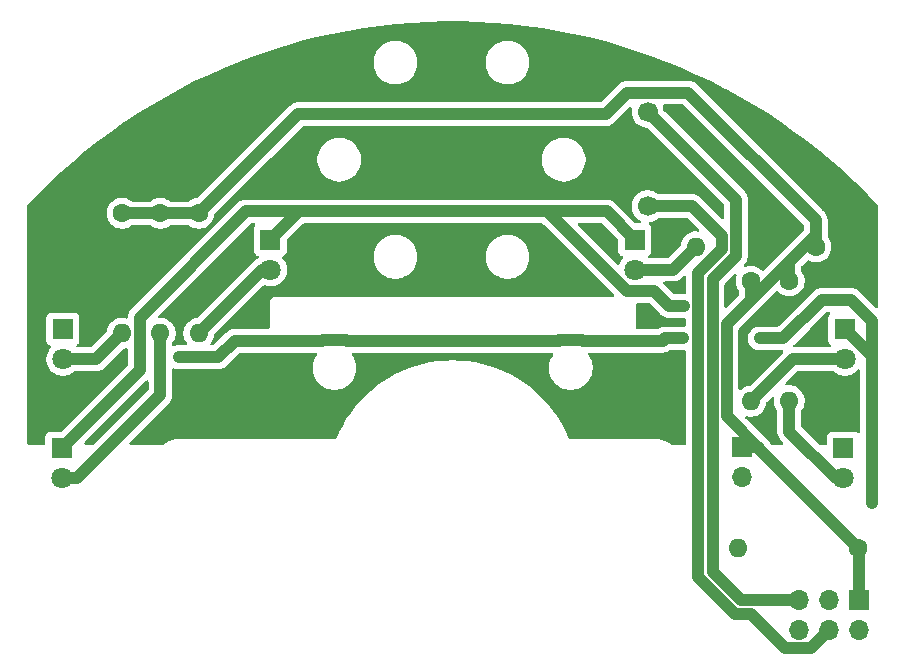
<source format=gbr>
%TF.GenerationSoftware,KiCad,Pcbnew,9.0.0*%
%TF.CreationDate,2025-06-18T11:31:42+09:00*%
%TF.ProjectId,headlight_upper_side,68656164-6c69-4676-9874-5f7570706572,00*%
%TF.SameCoordinates,Original*%
%TF.FileFunction,Copper,L2,Bot*%
%TF.FilePolarity,Positive*%
%FSLAX46Y46*%
G04 Gerber Fmt 4.6, Leading zero omitted, Abs format (unit mm)*
G04 Created by KiCad (PCBNEW 9.0.0) date 2025-06-18 11:31:42*
%MOMM*%
%LPD*%
G01*
G04 APERTURE LIST*
%TA.AperFunction,ComponentPad*%
%ADD10R,1.800000X1.800000*%
%TD*%
%TA.AperFunction,ComponentPad*%
%ADD11C,1.800000*%
%TD*%
%TA.AperFunction,ComponentPad*%
%ADD12C,1.700000*%
%TD*%
%TA.AperFunction,ComponentPad*%
%ADD13C,1.600000*%
%TD*%
%TA.AperFunction,ComponentPad*%
%ADD14O,1.600000X1.600000*%
%TD*%
%TA.AperFunction,ComponentPad*%
%ADD15R,1.700000X1.700000*%
%TD*%
%TA.AperFunction,ComponentPad*%
%ADD16O,1.700000X1.700000*%
%TD*%
%TA.AperFunction,ViaPad*%
%ADD17C,0.600000*%
%TD*%
%TA.AperFunction,Conductor*%
%ADD18C,1.000000*%
%TD*%
G04 APERTURE END LIST*
D10*
%TO.P,IR4,1,K*%
%TO.N,IR*%
X94830233Y-59299432D03*
D11*
%TO.P,IR4,2,A*%
%TO.N,Net-(IR4-A)*%
X94830233Y-61839432D03*
%TD*%
D10*
%TO.P,LB1,1,K*%
%TO.N,LB*%
X28749999Y-49224999D03*
D11*
%TO.P,LB1,2,A*%
%TO.N,Net-(LB1-A)*%
X28749999Y-51764999D03*
%TD*%
D10*
%TO.P,IR1,1,K*%
%TO.N,IR*%
X28669765Y-59299432D03*
D11*
%TO.P,IR1,2,A*%
%TO.N,Net-(IR1-A)*%
X28669765Y-61839432D03*
%TD*%
D10*
%TO.P,LB2,1,K*%
%TO.N,LB*%
X94949999Y-49224999D03*
D11*
%TO.P,LB2,2,A*%
%TO.N,Net-(LB2-A)*%
X94949999Y-51764999D03*
%TD*%
D10*
%TO.P,IR3,1,K*%
%TO.N,IR*%
X77175566Y-41644765D03*
D11*
%TO.P,IR3,2,A*%
%TO.N,Net-(IR3-A)*%
X77175566Y-44184765D03*
%TD*%
D12*
%TO.P,HB1,1,K*%
%TO.N,HB_K*%
X78249999Y-30807758D03*
%TO.P,HB1,2,A*%
%TO.N,HB_A*%
X78249999Y-38807758D03*
%TD*%
D10*
%TO.P,IR2,1,K*%
%TO.N,IR*%
X46324432Y-41644765D03*
D11*
%TO.P,IR2,2,A*%
%TO.N,Net-(IR2-A)*%
X46324432Y-44184765D03*
%TD*%
D13*
%TO.P,R6,1*%
%TO.N,+5.1V*%
X90249999Y-45119999D03*
D14*
%TO.P,R6,2*%
%TO.N,Net-(IR4-A)*%
X90249999Y-55279999D03*
%TD*%
D13*
%TO.P,R9,1*%
%TO.N,+5.1V*%
X96079999Y-67749999D03*
D14*
%TO.P,R9,2*%
%TO.N,Net-(PWR1-A)*%
X85919999Y-67749999D03*
%TD*%
D13*
%TO.P,R1,1*%
%TO.N,+5.1V*%
X33749999Y-39419999D03*
D14*
%TO.P,R1,2*%
%TO.N,Net-(LB1-A)*%
X33749999Y-49579999D03*
%TD*%
D15*
%TO.P,J2,1,Pin_1*%
%TO.N,+5.1V*%
X96160000Y-72137142D03*
D16*
%TO.P,J2,2,Pin_2*%
%TO.N,LB*%
X96160000Y-74677142D03*
%TO.P,J2,3,Pin_3*%
%TO.N,IR*%
X93620000Y-72137142D03*
%TO.P,J2,4,Pin_4*%
%TO.N,HB_A*%
X93620000Y-74677142D03*
%TO.P,J2,5,Pin_5*%
%TO.N,HB_K*%
X91080000Y-72137142D03*
%TO.P,J2,6,Pin_6*%
%TO.N,GND*%
X91080000Y-74677142D03*
%TD*%
D13*
%TO.P,R4,1*%
%TO.N,+5.1V*%
X40249999Y-39419999D03*
D14*
%TO.P,R4,2*%
%TO.N,Net-(IR2-A)*%
X40249999Y-49579999D03*
%TD*%
D15*
%TO.P,M1,1,+*%
%TO.N,+5.1V*%
X86249999Y-59224999D03*
D16*
%TO.P,M1,2,-*%
%TO.N,GND*%
X86249999Y-61764999D03*
%TD*%
D13*
%TO.P,R5,1*%
%TO.N,+5.1V*%
X92499999Y-42249999D03*
D14*
%TO.P,R5,2*%
%TO.N,Net-(IR3-A)*%
X82339999Y-42249999D03*
%TD*%
D13*
%TO.P,R2,1*%
%TO.N,+5.1V*%
X86999999Y-45169999D03*
D14*
%TO.P,R2,2*%
%TO.N,Net-(LB2-A)*%
X86999999Y-55329999D03*
%TD*%
D13*
%TO.P,R3,1*%
%TO.N,+5.1V*%
X36999999Y-39419999D03*
D14*
%TO.P,R3,2*%
%TO.N,Net-(IR1-A)*%
X36999999Y-49579999D03*
%TD*%
D17*
%TO.N,IR*%
X79999999Y-47249999D03*
X80749999Y-47249999D03*
X81499999Y-47249999D03*
%TO.N,LB*%
X81249999Y-49999999D03*
X88999999Y-49999999D03*
X80499999Y-49999999D03*
X39349999Y-51599999D03*
X38549999Y-51599999D03*
X40149999Y-51599999D03*
X97248999Y-63199999D03*
X88249999Y-49999999D03*
X79749999Y-49999999D03*
X89749999Y-49999999D03*
X97249999Y-63899999D03*
X97248999Y-62500999D03*
%TD*%
D18*
%TO.N,HB_K*%
X86137142Y-72137142D02*
X83749999Y-69749999D01*
X83749999Y-44999999D02*
X85749999Y-42999999D01*
X85749999Y-38249999D02*
X78307758Y-30807758D01*
X78307758Y-30807758D02*
X78249999Y-30807758D01*
X83749999Y-69749999D02*
X83749999Y-44999999D01*
X85749999Y-42999999D02*
X85749999Y-38249999D01*
X91080000Y-72137142D02*
X86137142Y-72137142D01*
%TO.N,HB_A*%
X92069000Y-76228142D02*
X89893770Y-76228142D01*
X84548999Y-42450999D02*
X84548999Y-41298999D01*
X82499999Y-44499999D02*
X84548999Y-42450999D01*
X78299999Y-38799999D02*
X78250000Y-38750000D01*
X87003770Y-73338142D02*
X85838141Y-73338141D01*
X93620000Y-74677142D02*
X92069000Y-76228142D01*
X89893770Y-76228142D02*
X87003770Y-73338142D01*
X82499999Y-70198469D02*
X82499999Y-44499999D01*
X82049999Y-38799999D02*
X78299999Y-38799999D01*
X85639672Y-73338142D02*
X82499999Y-70198469D01*
X85838141Y-73338141D02*
X85639672Y-73338142D01*
X84548999Y-41298999D02*
X82049999Y-38799999D01*
%TO.N,IR*%
X44249999Y-39249999D02*
X44249999Y-39250999D01*
X48719198Y-39249999D02*
X46324432Y-41644765D01*
X48719198Y-39249999D02*
X44249999Y-39249999D01*
X35250999Y-52718198D02*
X28669765Y-59299432D01*
X76499000Y-45999000D02*
X78798000Y-45999000D01*
X44249999Y-39250999D02*
X35250999Y-48249999D01*
X69749999Y-39249999D02*
X76499000Y-45999000D01*
X74780800Y-39249999D02*
X69749999Y-39249999D01*
X69749999Y-39249999D02*
X48719198Y-39249999D01*
X78798000Y-45999000D02*
X80048999Y-47249999D01*
X35250999Y-48249999D02*
X35250999Y-52718198D01*
X80048999Y-47249999D02*
X81298999Y-47249999D01*
X77175566Y-41644765D02*
X74780800Y-39249999D01*
%TO.N,Net-(IR1-A)*%
X28679198Y-61829999D02*
X28669765Y-61839432D01*
X36999999Y-49579999D02*
X36999999Y-54781990D01*
X36999999Y-54781990D02*
X29942557Y-61839432D01*
X29942557Y-61839432D02*
X28669765Y-61839432D01*
%TO.N,Net-(IR2-A)*%
X45645233Y-44184765D02*
X46324432Y-44184765D01*
X40249999Y-49579999D02*
X45645233Y-44184765D01*
%TO.N,Net-(IR3-A)*%
X82339999Y-42249999D02*
X80405233Y-44184765D01*
X80405233Y-44184765D02*
X77175566Y-44184765D01*
%TO.N,Net-(IR4-A)*%
X90249999Y-55279999D02*
X90249999Y-57921198D01*
X90249999Y-57921198D02*
X94168233Y-61839432D01*
X94168233Y-61839432D02*
X94830233Y-61839432D01*
%TO.N,+5.1V*%
X92499999Y-39999999D02*
X81699000Y-29199000D01*
X86999999Y-45169999D02*
X86999999Y-46749999D01*
X92499999Y-42249999D02*
X92499999Y-41249999D01*
X84949999Y-56599999D02*
X84949999Y-48799999D01*
X33749999Y-39419999D02*
X40249999Y-39419999D01*
X87574999Y-59224999D02*
X86249999Y-59224999D01*
X74749999Y-30999999D02*
X48669999Y-30999999D01*
X87799999Y-59449999D02*
X87574999Y-59224999D01*
X92499999Y-41249999D02*
X92499999Y-39999999D01*
X84949999Y-48799999D02*
X90249999Y-43499999D01*
X87799999Y-59469999D02*
X96079999Y-67749999D01*
X76550998Y-29199000D02*
X74749999Y-30999999D01*
X87799999Y-59449999D02*
X84949999Y-56599999D01*
X96160000Y-72137142D02*
X96160000Y-67830000D01*
X87799999Y-59449999D02*
X87799999Y-59469999D01*
X90249999Y-43499999D02*
X92499999Y-41249999D01*
X90249999Y-45119999D02*
X90249999Y-43499999D01*
X96160000Y-67830000D02*
X96079999Y-67749999D01*
X81699000Y-29199000D02*
X76550998Y-29199000D01*
X48669999Y-30999999D02*
X40249999Y-39419999D01*
%TO.N,LB*%
X43299999Y-50199999D02*
X41899999Y-51599999D01*
X97248999Y-63898999D02*
X97248999Y-62500999D01*
X50725183Y-50199999D02*
X43299999Y-50199999D01*
X50776183Y-50148999D02*
X50725183Y-50199999D01*
X97248999Y-51523999D02*
X94949999Y-49224999D01*
X89749999Y-49999999D02*
X87749999Y-49999999D01*
X52774815Y-50199999D02*
X52723815Y-50148999D01*
X72774815Y-50199999D02*
X72723815Y-50148999D01*
X95499999Y-46749999D02*
X97248999Y-48498999D01*
X97248999Y-48498999D02*
X97248999Y-51523999D01*
X97248999Y-62500999D02*
X97248999Y-51523999D01*
X72723815Y-50148999D02*
X70776183Y-50148999D01*
X52723815Y-50148999D02*
X50776183Y-50148999D01*
X41899999Y-51599999D02*
X38549999Y-51599999D01*
X81249999Y-49999999D02*
X80499999Y-49999999D01*
X97249999Y-63899999D02*
X97248999Y-63898999D01*
X79549999Y-50199999D02*
X72774815Y-50199999D01*
X70725183Y-50199999D02*
X52774815Y-50199999D01*
X92999999Y-46749999D02*
X95499999Y-46749999D01*
X89749999Y-49999999D02*
X92999999Y-46749999D01*
X80499999Y-49999999D02*
X79749999Y-49999999D01*
X70776183Y-50148999D02*
X70725183Y-50199999D01*
X79749999Y-49999999D02*
X79549999Y-50199999D01*
%TO.N,Net-(LB1-A)*%
X33749999Y-49579999D02*
X31564999Y-51764999D01*
X31564999Y-51764999D02*
X28749999Y-51764999D01*
%TO.N,Net-(LB2-A)*%
X94949999Y-51764999D02*
X90564999Y-51764999D01*
X90564999Y-51764999D02*
X86999999Y-55329999D01*
%TD*%
%TA.AperFunction,NonConductor*%
G36*
X81651256Y-39820184D02*
G01*
X81671897Y-39836817D01*
X82579128Y-40744049D01*
X82612613Y-40805371D01*
X82607629Y-40875063D01*
X82565757Y-40930996D01*
X82500293Y-40955413D01*
X82472052Y-40954203D01*
X82461752Y-40952571D01*
X82442351Y-40949499D01*
X82237647Y-40949499D01*
X82213328Y-40953350D01*
X82035464Y-40981521D01*
X81840775Y-41044780D01*
X81658385Y-41137714D01*
X81492785Y-41258027D01*
X81348027Y-41402785D01*
X81227714Y-41568385D01*
X81134780Y-41750777D01*
X81071521Y-41945467D01*
X81048072Y-42093514D01*
X81018142Y-42156648D01*
X81013280Y-42161796D01*
X80027132Y-43147946D01*
X79965809Y-43181431D01*
X79939451Y-43184265D01*
X78429027Y-43184265D01*
X78361988Y-43164580D01*
X78316233Y-43111776D01*
X78306289Y-43042618D01*
X78335314Y-42979062D01*
X78354716Y-42960999D01*
X78433109Y-42902313D01*
X78433112Y-42902311D01*
X78519362Y-42787096D01*
X78569657Y-42652248D01*
X78576066Y-42592638D01*
X78576065Y-40696893D01*
X78569657Y-40637282D01*
X78519362Y-40502434D01*
X78519361Y-40502433D01*
X78519359Y-40502429D01*
X78453474Y-40414419D01*
X78433112Y-40387219D01*
X78402142Y-40364035D01*
X78360273Y-40308103D01*
X78355289Y-40238411D01*
X78388774Y-40177088D01*
X78450098Y-40143604D01*
X78457045Y-40142299D01*
X78566242Y-40125004D01*
X78768411Y-40059315D01*
X78957815Y-39962809D01*
X79017808Y-39919222D01*
X79129785Y-39837867D01*
X79129787Y-39837864D01*
X79129791Y-39837862D01*
X79130835Y-39836818D01*
X79131329Y-39836547D01*
X79133487Y-39834705D01*
X79133874Y-39835158D01*
X79192158Y-39803333D01*
X79218516Y-39800499D01*
X81584217Y-39800499D01*
X81651256Y-39820184D01*
G37*
%TD.AperFunction*%
%TA.AperFunction,NonConductor*%
G36*
X74382057Y-40270184D02*
G01*
X74402699Y-40286818D01*
X75738747Y-41622867D01*
X75772232Y-41684190D01*
X75775066Y-41710548D01*
X75775066Y-42592635D01*
X75775067Y-42592641D01*
X75781474Y-42652248D01*
X75831768Y-42787093D01*
X75831772Y-42787100D01*
X75918018Y-42902309D01*
X75918021Y-42902312D01*
X76033230Y-42988558D01*
X76033237Y-42988562D01*
X76113146Y-43018366D01*
X76169080Y-43060237D01*
X76193497Y-43125701D01*
X76178646Y-43193974D01*
X76157495Y-43222228D01*
X76107322Y-43272401D01*
X76107318Y-43272406D01*
X75977753Y-43450739D01*
X75877670Y-43647158D01*
X75862805Y-43692910D01*
X75823367Y-43750585D01*
X75759008Y-43777783D01*
X75690161Y-43765868D01*
X75657193Y-43742272D01*
X74048228Y-42133307D01*
X72377099Y-40462179D01*
X72343615Y-40400857D01*
X72348599Y-40331165D01*
X72390471Y-40275232D01*
X72455935Y-40250815D01*
X72464781Y-40250499D01*
X74315018Y-40250499D01*
X74382057Y-40270184D01*
G37*
%TD.AperFunction*%
%TA.AperFunction,NonConductor*%
G36*
X81300257Y-30219185D02*
G01*
X81320899Y-30235819D01*
X91463180Y-40378100D01*
X91496665Y-40439423D01*
X91499499Y-40465781D01*
X91499499Y-40784216D01*
X91479814Y-40851255D01*
X91463180Y-40871897D01*
X89472857Y-42862220D01*
X88089812Y-44245264D01*
X88028489Y-44278749D01*
X87958797Y-44273765D01*
X87914450Y-44245265D01*
X87913421Y-44244236D01*
X87847218Y-44178033D01*
X87847214Y-44178030D01*
X87847210Y-44178026D01*
X87681612Y-44057714D01*
X87681611Y-44057713D01*
X87681609Y-44057712D01*
X87624652Y-44028690D01*
X87499222Y-43964780D01*
X87304533Y-43901521D01*
X87129994Y-43873877D01*
X87102351Y-43869499D01*
X86897647Y-43869499D01*
X86843350Y-43878099D01*
X86695463Y-43901522D01*
X86695460Y-43901522D01*
X86546657Y-43949872D01*
X86476816Y-43951867D01*
X86416983Y-43915787D01*
X86386155Y-43853086D01*
X86394120Y-43783672D01*
X86420656Y-43744262D01*
X86527138Y-43637781D01*
X86636631Y-43473913D01*
X86693080Y-43337631D01*
X86712050Y-43291835D01*
X86750499Y-43098539D01*
X86750499Y-42901459D01*
X86750499Y-38151458D01*
X86750499Y-38151455D01*
X86736318Y-38080169D01*
X86720272Y-37999499D01*
X86712050Y-37958163D01*
X86662255Y-37837948D01*
X86636631Y-37776085D01*
X86554193Y-37652707D01*
X86527138Y-37612216D01*
X86384685Y-37469763D01*
X86384654Y-37469734D01*
X79625997Y-30711077D01*
X79592512Y-30649754D01*
X79591205Y-30642794D01*
X79567245Y-30491515D01*
X79525102Y-30361815D01*
X79523108Y-30291977D01*
X79559188Y-30232144D01*
X79621889Y-30201316D01*
X79643034Y-30199500D01*
X81233218Y-30199500D01*
X81300257Y-30219185D01*
G37*
%TD.AperFunction*%
%TA.AperFunction,NonConductor*%
G36*
X81418833Y-44688598D02*
G01*
X81474767Y-44730470D01*
X81499183Y-44795935D01*
X81499499Y-44804780D01*
X81499499Y-46125499D01*
X81479814Y-46192538D01*
X81427010Y-46238293D01*
X81375499Y-46249499D01*
X80514782Y-46249499D01*
X80447743Y-46229814D01*
X80427101Y-46213180D01*
X79610866Y-45396946D01*
X79577381Y-45335623D01*
X79582365Y-45265932D01*
X79624237Y-45209998D01*
X79689701Y-45185581D01*
X79698547Y-45185265D01*
X80503775Y-45185265D01*
X80519012Y-45182233D01*
X80600421Y-45166040D01*
X80697069Y-45146816D01*
X80780233Y-45112368D01*
X80879147Y-45071397D01*
X81043015Y-44961904D01*
X81182372Y-44822547D01*
X81182373Y-44822544D01*
X81287820Y-44717096D01*
X81349142Y-44683614D01*
X81418833Y-44688598D01*
G37*
%TD.AperFunction*%
%TA.AperFunction,NonConductor*%
G36*
X85676365Y-44560087D02*
G01*
X85705276Y-44562155D01*
X85710377Y-44565973D01*
X85716654Y-44567060D01*
X85738006Y-44586657D01*
X85761209Y-44604027D01*
X85763435Y-44609996D01*
X85768129Y-44614304D01*
X85775496Y-44642332D01*
X85785626Y-44669491D01*
X85784677Y-44677263D01*
X85785891Y-44681878D01*
X85779873Y-44716655D01*
X85731522Y-44865460D01*
X85731522Y-44865463D01*
X85699499Y-45067647D01*
X85699499Y-45272350D01*
X85731521Y-45474533D01*
X85794780Y-45669222D01*
X85862237Y-45801612D01*
X85887712Y-45851609D01*
X85975818Y-45972876D01*
X85982969Y-45992920D01*
X85994476Y-46010825D01*
X85997930Y-46034849D01*
X85999297Y-46038680D01*
X85999499Y-46045760D01*
X85999499Y-46284217D01*
X85979814Y-46351256D01*
X85963180Y-46371898D01*
X84962180Y-47372898D01*
X84900857Y-47406383D01*
X84831165Y-47401399D01*
X84775232Y-47359527D01*
X84750815Y-47294063D01*
X84750499Y-47285217D01*
X84750499Y-45465780D01*
X84770184Y-45398741D01*
X84786813Y-45378104D01*
X85574262Y-44590655D01*
X85579852Y-44587602D01*
X85583449Y-44582343D01*
X85610150Y-44571058D01*
X85635584Y-44557171D01*
X85641937Y-44557625D01*
X85647807Y-44555145D01*
X85676365Y-44560087D01*
G37*
%TD.AperFunction*%
%TA.AperFunction,NonConductor*%
G36*
X78399257Y-47019185D02*
G01*
X78419898Y-47035818D01*
X79271859Y-47887780D01*
X79271860Y-47887781D01*
X79342242Y-47958163D01*
X79411218Y-48027139D01*
X79575078Y-48136627D01*
X79575091Y-48136634D01*
X79703832Y-48189960D01*
X79738991Y-48204523D01*
X79757163Y-48212050D01*
X79853811Y-48231274D01*
X79902134Y-48240886D01*
X79950457Y-48250499D01*
X81375499Y-48250499D01*
X81442538Y-48270184D01*
X81488293Y-48322988D01*
X81499499Y-48374499D01*
X81499499Y-48878432D01*
X81479814Y-48945471D01*
X81427010Y-48991226D01*
X81357852Y-49001170D01*
X81351317Y-49000051D01*
X81348540Y-48999499D01*
X80598540Y-48999499D01*
X79651458Y-48999499D01*
X79651453Y-48999499D01*
X79619390Y-49005875D01*
X79619391Y-49005876D01*
X79458169Y-49037945D01*
X79458163Y-49037947D01*
X79367124Y-49075657D01*
X79276086Y-49113366D01*
X79276082Y-49113368D01*
X79216098Y-49153448D01*
X79216094Y-49153452D01*
X79178454Y-49178602D01*
X79111777Y-49199479D01*
X79109564Y-49199499D01*
X77374305Y-49199499D01*
X77307266Y-49179814D01*
X77261511Y-49127010D01*
X77253572Y-49074019D01*
X77250500Y-49074019D01*
X77250500Y-47123500D01*
X77270185Y-47056461D01*
X77322989Y-47010706D01*
X77374500Y-46999500D01*
X78332218Y-46999500D01*
X78399257Y-47019185D01*
G37*
%TD.AperFunction*%
%TA.AperFunction,NonConductor*%
G36*
X69351256Y-40270184D02*
G01*
X69371898Y-40286818D01*
X75372898Y-46287819D01*
X75406383Y-46349142D01*
X75401399Y-46418834D01*
X75359527Y-46474767D01*
X75294063Y-46499184D01*
X75285217Y-46499500D01*
X46684108Y-46499500D01*
X46556812Y-46533608D01*
X46442686Y-46599500D01*
X46442683Y-46599502D01*
X46349502Y-46692683D01*
X46349500Y-46692686D01*
X46283608Y-46806812D01*
X46249500Y-46934108D01*
X46249500Y-49074019D01*
X46246339Y-49074019D01*
X46237874Y-49128338D01*
X46191499Y-49180598D01*
X46125695Y-49199499D01*
X43201456Y-49199499D01*
X43141177Y-49211489D01*
X43141159Y-49211493D01*
X43138361Y-49212050D01*
X43008163Y-49237948D01*
X42977863Y-49250499D01*
X42969264Y-49254060D01*
X42969259Y-49254062D01*
X42826087Y-49313365D01*
X42826078Y-49313370D01*
X42662218Y-49422858D01*
X42621770Y-49463307D01*
X42522860Y-49562217D01*
X42522857Y-49562220D01*
X42005856Y-50079222D01*
X41521898Y-50563180D01*
X41494970Y-50577883D01*
X41469152Y-50594476D01*
X41462951Y-50595367D01*
X41460575Y-50596665D01*
X41434217Y-50599499D01*
X41360160Y-50599499D01*
X41293121Y-50579814D01*
X41247366Y-50527010D01*
X41237422Y-50457852D01*
X41259841Y-50402614D01*
X41289315Y-50362045D01*
X41362286Y-50261609D01*
X41455219Y-50079218D01*
X41518476Y-49884533D01*
X41541924Y-49736482D01*
X41571853Y-49673349D01*
X41576698Y-49668218D01*
X45714552Y-45530364D01*
X45775873Y-45496881D01*
X45840548Y-45500116D01*
X45996478Y-45550779D01*
X45996481Y-45550780D01*
X46214210Y-45585265D01*
X46214211Y-45585265D01*
X46434653Y-45585265D01*
X46434654Y-45585265D01*
X46652383Y-45550780D01*
X46862038Y-45482660D01*
X47058454Y-45382580D01*
X47236797Y-45253007D01*
X47392674Y-45097130D01*
X47522247Y-44918787D01*
X47622327Y-44722371D01*
X47690447Y-44512716D01*
X47724932Y-44294987D01*
X47724932Y-44074543D01*
X47690447Y-43856814D01*
X47638230Y-43696103D01*
X47622328Y-43647161D01*
X47622327Y-43647158D01*
X47534055Y-43473918D01*
X47522247Y-43450743D01*
X47483831Y-43397867D01*
X47392679Y-43272406D01*
X47392675Y-43272401D01*
X47342503Y-43222229D01*
X47309018Y-43160906D01*
X47314002Y-43091214D01*
X47355874Y-43035281D01*
X47386852Y-43018366D01*
X47466758Y-42988563D01*
X47466758Y-42988562D01*
X47466763Y-42988561D01*
X47479922Y-42978710D01*
X55049499Y-42978710D01*
X55049499Y-43221287D01*
X55081160Y-43461784D01*
X55143946Y-43696103D01*
X55236772Y-43920204D01*
X55236775Y-43920211D01*
X55358063Y-44130288D01*
X55358065Y-44130291D01*
X55358066Y-44130292D01*
X55505732Y-44322735D01*
X55505738Y-44322742D01*
X55677255Y-44494259D01*
X55677262Y-44494265D01*
X55701308Y-44512716D01*
X55869710Y-44641935D01*
X56079787Y-44763223D01*
X56303899Y-44856053D01*
X56538210Y-44918837D01*
X56718585Y-44942583D01*
X56778710Y-44950499D01*
X56778711Y-44950499D01*
X57021288Y-44950499D01*
X57069387Y-44944166D01*
X57261788Y-44918837D01*
X57496099Y-44856053D01*
X57720211Y-44763223D01*
X57930288Y-44641935D01*
X58122737Y-44494264D01*
X58294264Y-44322737D01*
X58441935Y-44130288D01*
X58563223Y-43920211D01*
X58656053Y-43696099D01*
X58718837Y-43461788D01*
X58750499Y-43221287D01*
X58750499Y-42978711D01*
X58750499Y-42978710D01*
X64549499Y-42978710D01*
X64549499Y-43221287D01*
X64581160Y-43461784D01*
X64643946Y-43696103D01*
X64736772Y-43920204D01*
X64736775Y-43920211D01*
X64858063Y-44130288D01*
X64858065Y-44130291D01*
X64858066Y-44130292D01*
X65005732Y-44322735D01*
X65005738Y-44322742D01*
X65177255Y-44494259D01*
X65177262Y-44494265D01*
X65201308Y-44512716D01*
X65369710Y-44641935D01*
X65579787Y-44763223D01*
X65803899Y-44856053D01*
X66038210Y-44918837D01*
X66218585Y-44942583D01*
X66278710Y-44950499D01*
X66278711Y-44950499D01*
X66521288Y-44950499D01*
X66569387Y-44944166D01*
X66761788Y-44918837D01*
X66996099Y-44856053D01*
X67220211Y-44763223D01*
X67430288Y-44641935D01*
X67622737Y-44494264D01*
X67794264Y-44322737D01*
X67941935Y-44130288D01*
X68063223Y-43920211D01*
X68156053Y-43696099D01*
X68218837Y-43461788D01*
X68250499Y-43221287D01*
X68250499Y-42978711D01*
X68218837Y-42738210D01*
X68156053Y-42503899D01*
X68063223Y-42279787D01*
X67941935Y-42069710D01*
X67794264Y-41877261D01*
X67794259Y-41877255D01*
X67622742Y-41705738D01*
X67622735Y-41705732D01*
X67430292Y-41558066D01*
X67430291Y-41558065D01*
X67430288Y-41558063D01*
X67220211Y-41436775D01*
X67220204Y-41436772D01*
X66996103Y-41343946D01*
X66761784Y-41281160D01*
X66521288Y-41249499D01*
X66521287Y-41249499D01*
X66278711Y-41249499D01*
X66278710Y-41249499D01*
X66038213Y-41281160D01*
X65803894Y-41343946D01*
X65579793Y-41436772D01*
X65579784Y-41436776D01*
X65369705Y-41558066D01*
X65177262Y-41705732D01*
X65177255Y-41705738D01*
X65005738Y-41877255D01*
X65005732Y-41877262D01*
X64858066Y-42069705D01*
X64736776Y-42279784D01*
X64736772Y-42279793D01*
X64643946Y-42503894D01*
X64581160Y-42738213D01*
X64549499Y-42978710D01*
X58750499Y-42978710D01*
X58718837Y-42738210D01*
X58656053Y-42503899D01*
X58563223Y-42279787D01*
X58441935Y-42069710D01*
X58294264Y-41877261D01*
X58294259Y-41877255D01*
X58122742Y-41705738D01*
X58122735Y-41705732D01*
X57930292Y-41558066D01*
X57930291Y-41558065D01*
X57930288Y-41558063D01*
X57720211Y-41436775D01*
X57720204Y-41436772D01*
X57496103Y-41343946D01*
X57261784Y-41281160D01*
X57021288Y-41249499D01*
X57021287Y-41249499D01*
X56778711Y-41249499D01*
X56778710Y-41249499D01*
X56538213Y-41281160D01*
X56303894Y-41343946D01*
X56079793Y-41436772D01*
X56079784Y-41436776D01*
X55869705Y-41558066D01*
X55677262Y-41705732D01*
X55677255Y-41705738D01*
X55505738Y-41877255D01*
X55505732Y-41877262D01*
X55358066Y-42069705D01*
X55236776Y-42279784D01*
X55236772Y-42279793D01*
X55143946Y-42503894D01*
X55081160Y-42738213D01*
X55049499Y-42978710D01*
X47479922Y-42978710D01*
X47581978Y-42902311D01*
X47668228Y-42787096D01*
X47718523Y-42652248D01*
X47724932Y-42592638D01*
X47724931Y-41710545D01*
X47744615Y-41643507D01*
X47761245Y-41622870D01*
X49097300Y-40286818D01*
X49158623Y-40253333D01*
X49184981Y-40250499D01*
X69284217Y-40250499D01*
X69351256Y-40270184D01*
G37*
%TD.AperFunction*%
%TA.AperFunction,NonConductor*%
G36*
X44988551Y-40270184D02*
G01*
X45034306Y-40322988D01*
X45044250Y-40392146D01*
X45020779Y-40448810D01*
X44980636Y-40502434D01*
X44980634Y-40502436D01*
X44930340Y-40637282D01*
X44924837Y-40688476D01*
X44923933Y-40696888D01*
X44923932Y-40696900D01*
X44923932Y-42592635D01*
X44923933Y-42592641D01*
X44930340Y-42652248D01*
X44980634Y-42787093D01*
X44980638Y-42787100D01*
X45066884Y-42902309D01*
X45066887Y-42902312D01*
X45182096Y-42988558D01*
X45182105Y-42988563D01*
X45209383Y-42998736D01*
X45262010Y-43018365D01*
X45317944Y-43060235D01*
X45319167Y-43063515D01*
X45342362Y-43125697D01*
X45342361Y-43125698D01*
X45342362Y-43125699D01*
X45337523Y-43147946D01*
X45327512Y-43193971D01*
X45306362Y-43222226D01*
X45289716Y-43238873D01*
X45249485Y-43265755D01*
X45171322Y-43298131D01*
X45171312Y-43298136D01*
X45007452Y-43407624D01*
X44964338Y-43450739D01*
X44868094Y-43546983D01*
X44868091Y-43546986D01*
X40161796Y-48253280D01*
X40100473Y-48286765D01*
X40093514Y-48288072D01*
X39945467Y-48311521D01*
X39750777Y-48374780D01*
X39568385Y-48467714D01*
X39402785Y-48588027D01*
X39258027Y-48732785D01*
X39137714Y-48898385D01*
X39044780Y-49080775D01*
X38981521Y-49275464D01*
X38949499Y-49477647D01*
X38949499Y-49682350D01*
X38981521Y-49884533D01*
X39044780Y-50079222D01*
X39137711Y-50261608D01*
X39240157Y-50402614D01*
X39263636Y-50468421D01*
X39247810Y-50536475D01*
X39197704Y-50585169D01*
X39139838Y-50599499D01*
X38451456Y-50599499D01*
X38258169Y-50637946D01*
X38258159Y-50637949D01*
X38171951Y-50673658D01*
X38139325Y-50677165D01*
X38106852Y-50681835D01*
X38104764Y-50680881D01*
X38102482Y-50681127D01*
X38073138Y-50666438D01*
X38043296Y-50652810D01*
X38042055Y-50650879D01*
X38040003Y-50649852D01*
X38023262Y-50621636D01*
X38005522Y-50594032D01*
X38005086Y-50591002D01*
X38004351Y-50589763D01*
X38000499Y-50559097D01*
X38000499Y-50455760D01*
X38020184Y-50388721D01*
X38024164Y-50382898D01*
X38112286Y-50261609D01*
X38205219Y-50079218D01*
X38268476Y-49884533D01*
X38300499Y-49682351D01*
X38300499Y-49477647D01*
X38268476Y-49275465D01*
X38205219Y-49080780D01*
X38205217Y-49080777D01*
X38205217Y-49080775D01*
X38159589Y-48991226D01*
X38112286Y-48898389D01*
X38097787Y-48878432D01*
X37991970Y-48732785D01*
X37847212Y-48588027D01*
X37681612Y-48467714D01*
X37681611Y-48467713D01*
X37681609Y-48467712D01*
X37624652Y-48438690D01*
X37499222Y-48374780D01*
X37304533Y-48311521D01*
X37116689Y-48281770D01*
X37102351Y-48279499D01*
X36935780Y-48279499D01*
X36868741Y-48259814D01*
X36822986Y-48207010D01*
X36813042Y-48137852D01*
X36842067Y-48074296D01*
X36848099Y-48067818D01*
X40620931Y-44294987D01*
X44629100Y-40286818D01*
X44656027Y-40272114D01*
X44681846Y-40255522D01*
X44688046Y-40254630D01*
X44690423Y-40253333D01*
X44716781Y-40250499D01*
X44921512Y-40250499D01*
X44988551Y-40270184D01*
G37*
%TD.AperFunction*%
%TA.AperFunction,NonConductor*%
G36*
X93677084Y-47770184D02*
G01*
X93722839Y-47822988D01*
X93732783Y-47892146D01*
X93703758Y-47955702D01*
X93697726Y-47962180D01*
X93692453Y-47967453D01*
X93606205Y-48082663D01*
X93606201Y-48082670D01*
X93555907Y-48217516D01*
X93551360Y-48259814D01*
X93549500Y-48277122D01*
X93549499Y-48277134D01*
X93549499Y-50172869D01*
X93549500Y-50172875D01*
X93555907Y-50232482D01*
X93606201Y-50367327D01*
X93606205Y-50367334D01*
X93692451Y-50482543D01*
X93692454Y-50482546D01*
X93770849Y-50541233D01*
X93812720Y-50597167D01*
X93817704Y-50666858D01*
X93784218Y-50728181D01*
X93722895Y-50761665D01*
X93696538Y-50764499D01*
X90699780Y-50764499D01*
X90632741Y-50744814D01*
X90586986Y-50692010D01*
X90577042Y-50622852D01*
X90606067Y-50559296D01*
X90612099Y-50552818D01*
X91971732Y-49193186D01*
X93378100Y-47786818D01*
X93405027Y-47772114D01*
X93430846Y-47755522D01*
X93437046Y-47754630D01*
X93439423Y-47753333D01*
X93465781Y-47750499D01*
X93610045Y-47750499D01*
X93677084Y-47770184D01*
G37*
%TD.AperFunction*%
%TA.AperFunction,NonConductor*%
G36*
X96210917Y-52653147D02*
G01*
X96245276Y-52713985D01*
X96248499Y-52742074D01*
X96248499Y-57914478D01*
X96228814Y-57981517D01*
X96176010Y-58027272D01*
X96106852Y-58037216D01*
X96050188Y-58013745D01*
X95972564Y-57955636D01*
X95972561Y-57955634D01*
X95837715Y-57905340D01*
X95837716Y-57905340D01*
X95778116Y-57898933D01*
X95778114Y-57898932D01*
X95778106Y-57898932D01*
X95778097Y-57898932D01*
X93882362Y-57898932D01*
X93882356Y-57898933D01*
X93822749Y-57905340D01*
X93687904Y-57955634D01*
X93687897Y-57955638D01*
X93572688Y-58041884D01*
X93572685Y-58041887D01*
X93486439Y-58157096D01*
X93486435Y-58157103D01*
X93436141Y-58291949D01*
X93429734Y-58351548D01*
X93429733Y-58351567D01*
X93429733Y-58875999D01*
X93410048Y-58943038D01*
X93357244Y-58988793D01*
X93305733Y-58999999D01*
X92795082Y-58999999D01*
X92728043Y-58980314D01*
X92707401Y-58963680D01*
X92302701Y-58558980D01*
X91286818Y-57543096D01*
X91253333Y-57481773D01*
X91250499Y-57455415D01*
X91250499Y-56155760D01*
X91270184Y-56088721D01*
X91274164Y-56082898D01*
X91362286Y-55961609D01*
X91455219Y-55779218D01*
X91518476Y-55584533D01*
X91550499Y-55382351D01*
X91550499Y-55177647D01*
X91523077Y-55004516D01*
X91518476Y-54975464D01*
X91455217Y-54780775D01*
X91405627Y-54683450D01*
X91362286Y-54598389D01*
X91335826Y-54561969D01*
X91241970Y-54432785D01*
X91097212Y-54288027D01*
X90931612Y-54167714D01*
X90931611Y-54167713D01*
X90931609Y-54167712D01*
X90874652Y-54138690D01*
X90749222Y-54074780D01*
X90554533Y-54011521D01*
X90379994Y-53983877D01*
X90352351Y-53979499D01*
X90147647Y-53979499D01*
X90070418Y-53991731D01*
X90001124Y-53982775D01*
X89947673Y-53937778D01*
X89927034Y-53871026D01*
X89945760Y-53803713D01*
X89963334Y-53781583D01*
X90943101Y-52801818D01*
X91004424Y-52768333D01*
X91030782Y-52765499D01*
X93918530Y-52765499D01*
X93985569Y-52785184D01*
X94006211Y-52801818D01*
X94037635Y-52833242D01*
X94037640Y-52833246D01*
X94103318Y-52880963D01*
X94215977Y-52962814D01*
X94344374Y-53028236D01*
X94412392Y-53062894D01*
X94412395Y-53062895D01*
X94514589Y-53096099D01*
X94622048Y-53131014D01*
X94839777Y-53165499D01*
X94839778Y-53165499D01*
X95060220Y-53165499D01*
X95060221Y-53165499D01*
X95277950Y-53131014D01*
X95487605Y-53062894D01*
X95684021Y-52962814D01*
X95862364Y-52833241D01*
X96018241Y-52677364D01*
X96024179Y-52669191D01*
X96079508Y-52626524D01*
X96149121Y-52620543D01*
X96210917Y-52653147D01*
G37*
%TD.AperFunction*%
%TA.AperFunction,NonConductor*%
G36*
X88844345Y-54962103D02*
G01*
X88875886Y-54962554D01*
X88878938Y-54964577D01*
X88882591Y-54964839D01*
X88907836Y-54983737D01*
X88934119Y-55001164D01*
X88935592Y-55004516D01*
X88938524Y-55006711D01*
X88949544Y-55036257D01*
X88962234Y-55065127D01*
X88962163Y-55070089D01*
X88962941Y-55072175D01*
X88961730Y-55100418D01*
X88949499Y-55177647D01*
X88949499Y-55177652D01*
X88949499Y-55382350D01*
X88981521Y-55584533D01*
X89044780Y-55779222D01*
X89070255Y-55829218D01*
X89137712Y-55961609D01*
X89225818Y-56082876D01*
X89249297Y-56148680D01*
X89249499Y-56155760D01*
X89249499Y-58019739D01*
X89249499Y-58019741D01*
X89249498Y-58019741D01*
X89287946Y-58213027D01*
X89287949Y-58213037D01*
X89363363Y-58395105D01*
X89363370Y-58395118D01*
X89472858Y-58558978D01*
X89472859Y-58558979D01*
X89472860Y-58558980D01*
X89612217Y-58698337D01*
X89612218Y-58698337D01*
X89619285Y-58705404D01*
X89619284Y-58705404D01*
X89619288Y-58705407D01*
X89702199Y-58788318D01*
X89735684Y-58849641D01*
X89730700Y-58919333D01*
X89688828Y-58975266D01*
X89623364Y-58999683D01*
X89614518Y-58999999D01*
X88796281Y-58999999D01*
X88729242Y-58980314D01*
X88708600Y-58963680D01*
X88626050Y-58881130D01*
X88610629Y-58862340D01*
X88606530Y-58856206D01*
X88577139Y-58812218D01*
X88577137Y-58812215D01*
X88577134Y-58812212D01*
X86568790Y-56803869D01*
X86535305Y-56742546D01*
X86540289Y-56672854D01*
X86582161Y-56616921D01*
X86647625Y-56592504D01*
X86690619Y-56597748D01*
X86690718Y-56597337D01*
X86694305Y-56598198D01*
X86694789Y-56598257D01*
X86695436Y-56598466D01*
X86695465Y-56598476D01*
X86897647Y-56630499D01*
X86897648Y-56630499D01*
X87102350Y-56630499D01*
X87102351Y-56630499D01*
X87304533Y-56598476D01*
X87499218Y-56535219D01*
X87681609Y-56442286D01*
X87774589Y-56374731D01*
X87847212Y-56321970D01*
X87847214Y-56321967D01*
X87847218Y-56321965D01*
X87991965Y-56177218D01*
X87991967Y-56177214D01*
X87991970Y-56177212D01*
X88060509Y-56082874D01*
X88112286Y-56011609D01*
X88205219Y-55829218D01*
X88268476Y-55634533D01*
X88291924Y-55486482D01*
X88321853Y-55423349D01*
X88326698Y-55418218D01*
X88751579Y-54993338D01*
X88779240Y-54978233D01*
X88806023Y-54961557D01*
X88809686Y-54961609D01*
X88812899Y-54959855D01*
X88844345Y-54962103D01*
G37*
%TD.AperFunction*%
%TA.AperFunction,NonConductor*%
G36*
X81354638Y-51000247D02*
G01*
X81420898Y-51006176D01*
X81476076Y-51049038D01*
X81499321Y-51114928D01*
X81499499Y-51121566D01*
X81499499Y-58875999D01*
X81479814Y-58943038D01*
X81427010Y-58988793D01*
X81375499Y-58999999D01*
X80292926Y-58999999D01*
X80225887Y-58980314D01*
X80222486Y-58978049D01*
X80045973Y-58856210D01*
X80045968Y-58856207D01*
X80045967Y-58856207D01*
X79916615Y-58788318D01*
X79778119Y-58715629D01*
X79778114Y-58715627D01*
X79778112Y-58715626D01*
X79699462Y-58685798D01*
X79495270Y-58608357D01*
X79425033Y-58591045D01*
X79201550Y-58535962D01*
X79021370Y-58514084D01*
X78901253Y-58499499D01*
X78901251Y-58499499D01*
X78815891Y-58499499D01*
X71677908Y-58499499D01*
X71610869Y-58479814D01*
X71565114Y-58427010D01*
X71564304Y-58425199D01*
X71551144Y-58395118D01*
X71357442Y-57952352D01*
X71070500Y-57389978D01*
X70750676Y-56845632D01*
X70399097Y-56321234D01*
X70273299Y-56155760D01*
X70017013Y-55818642D01*
X69816025Y-55584533D01*
X69605749Y-55339605D01*
X69605737Y-55339592D01*
X69605721Y-55339574D01*
X69166787Y-54885848D01*
X69166772Y-54885833D01*
X68701655Y-54458947D01*
X68701629Y-54458925D01*
X68211987Y-54060405D01*
X68211984Y-54060403D01*
X68211977Y-54060397D01*
X67699518Y-53691635D01*
X67673449Y-53675133D01*
X67166071Y-53353951D01*
X67166064Y-53353946D01*
X66762739Y-53131013D01*
X66613514Y-53048530D01*
X66043797Y-52776453D01*
X66043786Y-52776448D01*
X65458950Y-52538687D01*
X65458918Y-52538675D01*
X64860994Y-52336056D01*
X64860993Y-52336055D01*
X64860985Y-52336053D01*
X64252061Y-52169282D01*
X64252047Y-52169279D01*
X63634322Y-52038959D01*
X63634302Y-52038955D01*
X63009923Y-51945539D01*
X62381074Y-51889354D01*
X62381042Y-51889352D01*
X61750009Y-51870604D01*
X61749989Y-51870604D01*
X61118955Y-51889352D01*
X61118923Y-51889354D01*
X60490074Y-51945539D01*
X59865695Y-52038955D01*
X59865675Y-52038959D01*
X59247950Y-52169279D01*
X59247945Y-52169280D01*
X59247937Y-52169282D01*
X58639013Y-52336053D01*
X58639008Y-52336054D01*
X58639003Y-52336056D01*
X58041079Y-52538675D01*
X58041047Y-52538687D01*
X57456211Y-52776448D01*
X57456200Y-52776453D01*
X56886483Y-53048530D01*
X56886483Y-53048531D01*
X56333933Y-53353946D01*
X56333926Y-53353951D01*
X55800488Y-53691629D01*
X55288039Y-54060384D01*
X55288010Y-54060405D01*
X54798368Y-54458925D01*
X54798342Y-54458947D01*
X54333225Y-54885833D01*
X54333210Y-54885848D01*
X53894276Y-55339574D01*
X53894251Y-55339602D01*
X53894249Y-55339605D01*
X53825426Y-55419770D01*
X53482984Y-55818642D01*
X53100898Y-56321237D01*
X52749333Y-56845614D01*
X52749314Y-56845645D01*
X52429508Y-57389960D01*
X52429491Y-57389990D01*
X52142554Y-57952356D01*
X52103387Y-58041884D01*
X51948857Y-58395112D01*
X51935694Y-58425199D01*
X51890790Y-58478728D01*
X51824074Y-58499483D01*
X51822090Y-58499499D01*
X38598744Y-58499499D01*
X38448596Y-58517730D01*
X38298447Y-58535962D01*
X38205069Y-58558978D01*
X38004727Y-58608358D01*
X37782133Y-58692777D01*
X37721886Y-58715626D01*
X37721883Y-58715627D01*
X37721879Y-58715629D01*
X37721878Y-58715629D01*
X37454034Y-58856205D01*
X37277514Y-58978049D01*
X37211160Y-58999932D01*
X37207074Y-58999999D01*
X34496271Y-58999999D01*
X34429232Y-58980314D01*
X34383477Y-58927510D01*
X34373533Y-58858352D01*
X34402558Y-58794796D01*
X34408590Y-58788318D01*
X35806948Y-57389960D01*
X37637777Y-55559131D01*
X37637781Y-55559129D01*
X37777138Y-55419772D01*
X37886631Y-55255904D01*
X37962050Y-55073825D01*
X37963342Y-55067333D01*
X38000499Y-54880530D01*
X38000499Y-54683450D01*
X38000499Y-52640901D01*
X38020184Y-52573862D01*
X38072988Y-52528107D01*
X38142146Y-52518163D01*
X38171951Y-52526340D01*
X38258159Y-52562048D01*
X38258164Y-52562050D01*
X38258168Y-52562050D01*
X38258169Y-52562051D01*
X38451455Y-52600499D01*
X38451458Y-52600499D01*
X41998541Y-52600499D01*
X42039691Y-52592313D01*
X42095187Y-52581274D01*
X42191835Y-52562050D01*
X42248252Y-52538681D01*
X42373913Y-52486631D01*
X42537781Y-52377138D01*
X42677138Y-52237781D01*
X42677139Y-52237779D01*
X42684205Y-52230713D01*
X42684207Y-52230709D01*
X43678100Y-51236818D01*
X43739423Y-51203333D01*
X43765781Y-51200499D01*
X50163188Y-51200499D01*
X50230227Y-51220184D01*
X50275982Y-51272988D01*
X50285926Y-51342146D01*
X50261564Y-51399985D01*
X50208066Y-51469705D01*
X50086776Y-51679784D01*
X50086772Y-51679793D01*
X49993946Y-51903894D01*
X49931160Y-52138213D01*
X49899499Y-52378710D01*
X49899499Y-52621287D01*
X49931160Y-52861784D01*
X49993946Y-53096103D01*
X50086772Y-53320204D01*
X50086775Y-53320211D01*
X50208063Y-53530288D01*
X50208065Y-53530291D01*
X50208066Y-53530292D01*
X50355732Y-53722735D01*
X50355738Y-53722742D01*
X50527255Y-53894259D01*
X50527262Y-53894265D01*
X50583970Y-53937778D01*
X50719710Y-54041935D01*
X50929787Y-54163223D01*
X51153899Y-54256053D01*
X51388210Y-54318837D01*
X51534021Y-54338033D01*
X51628710Y-54350499D01*
X51628711Y-54350499D01*
X51871288Y-54350499D01*
X51955768Y-54339377D01*
X52111788Y-54318837D01*
X52346099Y-54256053D01*
X52570211Y-54163223D01*
X52780288Y-54041935D01*
X52972737Y-53894264D01*
X53144264Y-53722737D01*
X53291935Y-53530288D01*
X53413223Y-53320211D01*
X53506053Y-53096099D01*
X53568837Y-52861788D01*
X53600499Y-52621287D01*
X53600499Y-52378711D01*
X53568837Y-52138210D01*
X53506053Y-51903899D01*
X53413223Y-51679787D01*
X53291935Y-51469710D01*
X53266871Y-51437046D01*
X53238434Y-51399985D01*
X53213240Y-51334816D01*
X53227279Y-51266371D01*
X53276093Y-51216381D01*
X53336810Y-51200499D01*
X70163188Y-51200499D01*
X70230227Y-51220184D01*
X70275982Y-51272988D01*
X70285926Y-51342146D01*
X70261564Y-51399985D01*
X70208066Y-51469705D01*
X70086776Y-51679784D01*
X70086772Y-51679793D01*
X69993946Y-51903894D01*
X69931160Y-52138213D01*
X69899499Y-52378710D01*
X69899499Y-52621287D01*
X69931160Y-52861784D01*
X69993946Y-53096103D01*
X70086772Y-53320204D01*
X70086775Y-53320211D01*
X70208063Y-53530288D01*
X70208065Y-53530291D01*
X70208066Y-53530292D01*
X70355732Y-53722735D01*
X70355738Y-53722742D01*
X70527255Y-53894259D01*
X70527262Y-53894265D01*
X70583970Y-53937778D01*
X70719710Y-54041935D01*
X70929787Y-54163223D01*
X71153899Y-54256053D01*
X71388210Y-54318837D01*
X71534021Y-54338033D01*
X71628710Y-54350499D01*
X71628711Y-54350499D01*
X71871288Y-54350499D01*
X71955768Y-54339377D01*
X72111788Y-54318837D01*
X72346099Y-54256053D01*
X72570211Y-54163223D01*
X72780288Y-54041935D01*
X72972737Y-53894264D01*
X73144264Y-53722737D01*
X73291935Y-53530288D01*
X73413223Y-53320211D01*
X73506053Y-53096099D01*
X73568837Y-52861788D01*
X73600499Y-52621287D01*
X73600499Y-52378711D01*
X73568837Y-52138210D01*
X73506053Y-51903899D01*
X73413223Y-51679787D01*
X73291935Y-51469710D01*
X73266871Y-51437046D01*
X73238434Y-51399985D01*
X73213240Y-51334816D01*
X73227279Y-51266371D01*
X73276093Y-51216381D01*
X73336810Y-51200499D01*
X79648541Y-51200499D01*
X79679565Y-51194327D01*
X79745187Y-51181274D01*
X79841835Y-51162050D01*
X79895164Y-51139960D01*
X80023913Y-51086631D01*
X80121543Y-51021397D01*
X80188221Y-51000519D01*
X80190434Y-51000499D01*
X81348541Y-51000499D01*
X81351306Y-50999949D01*
X81352784Y-51000081D01*
X81354605Y-50999902D01*
X81354638Y-51000247D01*
G37*
%TD.AperFunction*%
%TA.AperFunction,NonConductor*%
G36*
X35918833Y-53567797D02*
G01*
X35974766Y-53609669D01*
X35999183Y-53675133D01*
X35999499Y-53683979D01*
X35999499Y-54316207D01*
X35979814Y-54383246D01*
X35963180Y-54403888D01*
X31403388Y-58963680D01*
X31342065Y-58997165D01*
X31315707Y-58999999D01*
X30683479Y-58999999D01*
X30616440Y-58980314D01*
X30570685Y-58927510D01*
X30560741Y-58858352D01*
X30589766Y-58794796D01*
X30595798Y-58788318D01*
X32941833Y-56442283D01*
X35787820Y-53596296D01*
X35849141Y-53562813D01*
X35918833Y-53567797D01*
G37*
%TD.AperFunction*%
%TA.AperFunction,NonConductor*%
G36*
X62438456Y-23154740D02*
G01*
X63807972Y-23192789D01*
X63811312Y-23192927D01*
X65179311Y-23269000D01*
X65182689Y-23269234D01*
X66548007Y-23383267D01*
X66551433Y-23383601D01*
X67913010Y-23535502D01*
X67916326Y-23535918D01*
X69273238Y-23725583D01*
X69276604Y-23726101D01*
X70627689Y-23953372D01*
X70630972Y-23953971D01*
X71859938Y-24195975D01*
X71975275Y-24218687D01*
X71978644Y-24219400D01*
X73314924Y-24521313D01*
X73318272Y-24522117D01*
X74645801Y-24861063D01*
X74649027Y-24861935D01*
X75496542Y-25103584D01*
X75966558Y-25237598D01*
X75969859Y-25238588D01*
X77276436Y-25650693D01*
X77279652Y-25651756D01*
X77780931Y-25825311D01*
X78574312Y-26099999D01*
X78577550Y-26101171D01*
X79419501Y-26419123D01*
X79859263Y-26585194D01*
X79862420Y-26586438D01*
X80302640Y-26766805D01*
X81130127Y-27105844D01*
X81133296Y-27107193D01*
X82386165Y-27661639D01*
X82389290Y-27663074D01*
X82416035Y-27675810D01*
X83626206Y-28252067D01*
X83629294Y-28253591D01*
X84849414Y-28876728D01*
X84852459Y-28878336D01*
X86054776Y-29535102D01*
X86057762Y-29536787D01*
X87241444Y-30226731D01*
X87244351Y-30228480D01*
X88408365Y-30951000D01*
X88411266Y-30952857D01*
X89554743Y-31707412D01*
X89557590Y-31709348D01*
X90679704Y-32495390D01*
X90682498Y-32497405D01*
X91641285Y-33209535D01*
X91782335Y-33314298D01*
X91785061Y-33316383D01*
X92861820Y-34163530D01*
X92864434Y-34165646D01*
X93917282Y-35042397D01*
X93919833Y-35044581D01*
X94947895Y-35950207D01*
X94950437Y-35952510D01*
X95777876Y-36723258D01*
X95952923Y-36886311D01*
X95955399Y-36888682D01*
X96931594Y-37849993D01*
X96933960Y-37852387D01*
X97714924Y-38665384D01*
X97747170Y-38727367D01*
X97749499Y-38751285D01*
X97749499Y-47285216D01*
X97729814Y-47352255D01*
X97677010Y-47398010D01*
X97607852Y-47407954D01*
X97544296Y-47378929D01*
X97537818Y-47372897D01*
X96284208Y-46119288D01*
X96284205Y-46119284D01*
X96284205Y-46119285D01*
X96277138Y-46112218D01*
X96277138Y-46112217D01*
X96137781Y-45972860D01*
X96137780Y-45972859D01*
X96137779Y-45972858D01*
X95973919Y-45863370D01*
X95973906Y-45863363D01*
X95832683Y-45804868D01*
X95832682Y-45804867D01*
X95824815Y-45801609D01*
X95791835Y-45787948D01*
X95695187Y-45768723D01*
X95691597Y-45768009D01*
X95691586Y-45768006D01*
X95598543Y-45749499D01*
X95598540Y-45749499D01*
X92901458Y-45749499D01*
X92901454Y-45749499D01*
X92808411Y-45768006D01*
X92808396Y-45768009D01*
X92804811Y-45768723D01*
X92708163Y-45787948D01*
X92675183Y-45801609D01*
X92667318Y-45804866D01*
X92667313Y-45804868D01*
X92526091Y-45863363D01*
X92526078Y-45863370D01*
X92362218Y-45972858D01*
X92324252Y-46010825D01*
X92222860Y-46112217D01*
X92222857Y-46112220D01*
X89371898Y-48963180D01*
X89310575Y-48996665D01*
X89284217Y-48999499D01*
X87651456Y-48999499D01*
X87458169Y-49037946D01*
X87458159Y-49037949D01*
X87276091Y-49113363D01*
X87276078Y-49113370D01*
X87112217Y-49222859D01*
X87112213Y-49222862D01*
X86972862Y-49362213D01*
X86972859Y-49362217D01*
X86863370Y-49526078D01*
X86863363Y-49526091D01*
X86787949Y-49708159D01*
X86787946Y-49708169D01*
X86749499Y-49901455D01*
X86749499Y-49901458D01*
X86749499Y-50098540D01*
X86749499Y-50098542D01*
X86749498Y-50098542D01*
X86787946Y-50291828D01*
X86787949Y-50291838D01*
X86863363Y-50473906D01*
X86863370Y-50473919D01*
X86972859Y-50637780D01*
X86972862Y-50637784D01*
X87112213Y-50777135D01*
X87112217Y-50777138D01*
X87276078Y-50886627D01*
X87276091Y-50886634D01*
X87430417Y-50950557D01*
X87458164Y-50962050D01*
X87458168Y-50962050D01*
X87458169Y-50962051D01*
X87651455Y-51000499D01*
X89615216Y-51000499D01*
X89682255Y-51020184D01*
X89728010Y-51072988D01*
X89737954Y-51142146D01*
X89708929Y-51205702D01*
X89702897Y-51212180D01*
X86911796Y-54003280D01*
X86850473Y-54036765D01*
X86843514Y-54038072D01*
X86695467Y-54061521D01*
X86500777Y-54124780D01*
X86318385Y-54217714D01*
X86148838Y-54340896D01*
X86147734Y-54339377D01*
X86091277Y-54364680D01*
X86022191Y-54354247D01*
X85969712Y-54308120D01*
X85950499Y-54241820D01*
X85950499Y-49265780D01*
X85970184Y-49198741D01*
X85986813Y-49178104D01*
X87637777Y-47527140D01*
X87637781Y-47527138D01*
X87777138Y-47387781D01*
X87777140Y-47387777D01*
X89140185Y-46024732D01*
X89201508Y-45991247D01*
X89271200Y-45996231D01*
X89315547Y-46024732D01*
X89402785Y-46111970D01*
X89557748Y-46224555D01*
X89568389Y-46232286D01*
X89684606Y-46291502D01*
X89750775Y-46325217D01*
X89750777Y-46325217D01*
X89750780Y-46325219D01*
X89830914Y-46351256D01*
X89945464Y-46388476D01*
X90046556Y-46404487D01*
X90147647Y-46420499D01*
X90147648Y-46420499D01*
X90352350Y-46420499D01*
X90352351Y-46420499D01*
X90554533Y-46388476D01*
X90749218Y-46325219D01*
X90931609Y-46232286D01*
X91024589Y-46164731D01*
X91097212Y-46111970D01*
X91097214Y-46111967D01*
X91097218Y-46111965D01*
X91241965Y-45967218D01*
X91241967Y-45967214D01*
X91241970Y-45967212D01*
X91317414Y-45863370D01*
X91362286Y-45801609D01*
X91455219Y-45619218D01*
X91518476Y-45424533D01*
X91550499Y-45222351D01*
X91550499Y-45017647D01*
X91518476Y-44815465D01*
X91517461Y-44812342D01*
X91471046Y-44669491D01*
X91455219Y-44620780D01*
X91455217Y-44620777D01*
X91455217Y-44620775D01*
X91400158Y-44512717D01*
X91362286Y-44438389D01*
X91278292Y-44322780D01*
X91274181Y-44317121D01*
X91250701Y-44251315D01*
X91250499Y-44244236D01*
X91250499Y-43965780D01*
X91270184Y-43898741D01*
X91286814Y-43878103D01*
X91744247Y-43420669D01*
X91805568Y-43387186D01*
X91875259Y-43392170D01*
X91888221Y-43397867D01*
X92000775Y-43455217D01*
X92000777Y-43455217D01*
X92000780Y-43455219D01*
X92058330Y-43473918D01*
X92195464Y-43518476D01*
X92296556Y-43534487D01*
X92397647Y-43550499D01*
X92397648Y-43550499D01*
X92602350Y-43550499D01*
X92602351Y-43550499D01*
X92804533Y-43518476D01*
X92999218Y-43455219D01*
X93181609Y-43362286D01*
X93278587Y-43291828D01*
X93347212Y-43241970D01*
X93347214Y-43241967D01*
X93347218Y-43241965D01*
X93491965Y-43097218D01*
X93491967Y-43097214D01*
X93491970Y-43097212D01*
X93570907Y-42988563D01*
X93612286Y-42931609D01*
X93705219Y-42749218D01*
X93768476Y-42554533D01*
X93800499Y-42352351D01*
X93800499Y-42147647D01*
X93768476Y-41945465D01*
X93746315Y-41877262D01*
X93739126Y-41855136D01*
X93705219Y-41750780D01*
X93705217Y-41750777D01*
X93705217Y-41750775D01*
X93658549Y-41659185D01*
X93612286Y-41568389D01*
X93599653Y-41551002D01*
X93524181Y-41447121D01*
X93517028Y-41427076D01*
X93505522Y-41409171D01*
X93502067Y-41385144D01*
X93500701Y-41381315D01*
X93500499Y-41374236D01*
X93500499Y-41354673D01*
X93500500Y-41354652D01*
X93500500Y-41146348D01*
X93500499Y-41146322D01*
X93500499Y-39901455D01*
X93500498Y-39901453D01*
X93484332Y-39820184D01*
X93462050Y-39708164D01*
X93453511Y-39687550D01*
X93439960Y-39654833D01*
X93386631Y-39526085D01*
X93386630Y-39526084D01*
X93386627Y-39526078D01*
X93277139Y-39362218D01*
X93232568Y-39317647D01*
X93137781Y-39222860D01*
X93137780Y-39222859D01*
X82483208Y-28568288D01*
X82483206Y-28568285D01*
X82483206Y-28568286D01*
X82476139Y-28561219D01*
X82476139Y-28561218D01*
X82336782Y-28421861D01*
X82336781Y-28421860D01*
X82336780Y-28421859D01*
X82172920Y-28312371D01*
X82172911Y-28312366D01*
X82100315Y-28282296D01*
X82044165Y-28259038D01*
X81990836Y-28236949D01*
X81990832Y-28236948D01*
X81990828Y-28236946D01*
X81894188Y-28217724D01*
X81797544Y-28198500D01*
X81797541Y-28198500D01*
X76452457Y-28198500D01*
X76452453Y-28198500D01*
X76355810Y-28217724D01*
X76259165Y-28236947D01*
X76259159Y-28236949D01*
X76205832Y-28259037D01*
X76205832Y-28259038D01*
X76160313Y-28277892D01*
X76077087Y-28312366D01*
X76077077Y-28312371D01*
X75913217Y-28421859D01*
X75870722Y-28464355D01*
X75773859Y-28561218D01*
X75773856Y-28561221D01*
X74371898Y-29963180D01*
X74310575Y-29996665D01*
X74284217Y-29999499D01*
X48571454Y-29999499D01*
X48474811Y-30018723D01*
X48378166Y-30037946D01*
X48378160Y-30037948D01*
X48324833Y-30060036D01*
X48324833Y-30060037D01*
X48279314Y-30078891D01*
X48196088Y-30113365D01*
X48196078Y-30113370D01*
X48032218Y-30222858D01*
X47965731Y-30289346D01*
X47892860Y-30362217D01*
X47892857Y-30362220D01*
X40161796Y-38093280D01*
X40100473Y-38126765D01*
X40093514Y-38128072D01*
X39945467Y-38151521D01*
X39750777Y-38214780D01*
X39568385Y-38307714D01*
X39447122Y-38395817D01*
X39381316Y-38419297D01*
X39374237Y-38419499D01*
X37875761Y-38419499D01*
X37808722Y-38399814D01*
X37802876Y-38395817D01*
X37681612Y-38307714D01*
X37681611Y-38307713D01*
X37681609Y-38307712D01*
X37605089Y-38268723D01*
X37499222Y-38214780D01*
X37304533Y-38151521D01*
X37116689Y-38121770D01*
X37102351Y-38119499D01*
X36897647Y-38119499D01*
X36883309Y-38121770D01*
X36695464Y-38151521D01*
X36500775Y-38214780D01*
X36318385Y-38307714D01*
X36197122Y-38395817D01*
X36131316Y-38419297D01*
X36124237Y-38419499D01*
X34625761Y-38419499D01*
X34558722Y-38399814D01*
X34552876Y-38395817D01*
X34431612Y-38307714D01*
X34431611Y-38307713D01*
X34431609Y-38307712D01*
X34355089Y-38268723D01*
X34249222Y-38214780D01*
X34054533Y-38151521D01*
X33866689Y-38121770D01*
X33852351Y-38119499D01*
X33647647Y-38119499D01*
X33633309Y-38121770D01*
X33445464Y-38151521D01*
X33250775Y-38214780D01*
X33068385Y-38307714D01*
X32902785Y-38428027D01*
X32758027Y-38572785D01*
X32637714Y-38738385D01*
X32544780Y-38920775D01*
X32481521Y-39115464D01*
X32449499Y-39317647D01*
X32449499Y-39522351D01*
X32450091Y-39526087D01*
X32481521Y-39724533D01*
X32544780Y-39919222D01*
X32608690Y-40044652D01*
X32629034Y-40084578D01*
X32637714Y-40101612D01*
X32758027Y-40267212D01*
X32902785Y-40411970D01*
X33057748Y-40524555D01*
X33068389Y-40532286D01*
X33184606Y-40591502D01*
X33250775Y-40625217D01*
X33250777Y-40625217D01*
X33250780Y-40625219D01*
X33355136Y-40659126D01*
X33445464Y-40688476D01*
X33498607Y-40696893D01*
X33647647Y-40720499D01*
X33647648Y-40720499D01*
X33852350Y-40720499D01*
X33852351Y-40720499D01*
X34054533Y-40688476D01*
X34249218Y-40625219D01*
X34431609Y-40532286D01*
X34552876Y-40444180D01*
X34618682Y-40420701D01*
X34625761Y-40420499D01*
X36124237Y-40420499D01*
X36191276Y-40440184D01*
X36197118Y-40444178D01*
X36318389Y-40532286D01*
X36434606Y-40591502D01*
X36500775Y-40625217D01*
X36500777Y-40625217D01*
X36500780Y-40625219D01*
X36605136Y-40659126D01*
X36695464Y-40688476D01*
X36748607Y-40696893D01*
X36897647Y-40720499D01*
X36897648Y-40720499D01*
X37102350Y-40720499D01*
X37102351Y-40720499D01*
X37304533Y-40688476D01*
X37499218Y-40625219D01*
X37681609Y-40532286D01*
X37802876Y-40444180D01*
X37868682Y-40420701D01*
X37875761Y-40420499D01*
X39374237Y-40420499D01*
X39441276Y-40440184D01*
X39447118Y-40444178D01*
X39568389Y-40532286D01*
X39684606Y-40591502D01*
X39750775Y-40625217D01*
X39750777Y-40625217D01*
X39750780Y-40625219D01*
X39855136Y-40659126D01*
X39945464Y-40688476D01*
X39998607Y-40696893D01*
X40147647Y-40720499D01*
X40147648Y-40720499D01*
X40352350Y-40720499D01*
X40352351Y-40720499D01*
X40554533Y-40688476D01*
X40749218Y-40625219D01*
X40931609Y-40532286D01*
X41059425Y-40439423D01*
X41097212Y-40411970D01*
X41097214Y-40411967D01*
X41097218Y-40411965D01*
X41241965Y-40267218D01*
X41241967Y-40267214D01*
X41241970Y-40267212D01*
X41331775Y-40143604D01*
X41362286Y-40101609D01*
X41455219Y-39919218D01*
X41518476Y-39724533D01*
X41541924Y-39576482D01*
X41571853Y-39513349D01*
X41576698Y-39508218D01*
X46333448Y-34751469D01*
X50299499Y-34751469D01*
X50299499Y-34994046D01*
X50331160Y-35234543D01*
X50393946Y-35468862D01*
X50481359Y-35679895D01*
X50486775Y-35692970D01*
X50608063Y-35903047D01*
X50608065Y-35903050D01*
X50608066Y-35903051D01*
X50755732Y-36095494D01*
X50755738Y-36095501D01*
X50927255Y-36267018D01*
X50927261Y-36267023D01*
X51119710Y-36414694D01*
X51329787Y-36535982D01*
X51553899Y-36628812D01*
X51788210Y-36691596D01*
X51968585Y-36715342D01*
X52028710Y-36723258D01*
X52028711Y-36723258D01*
X52271288Y-36723258D01*
X52319387Y-36716925D01*
X52511788Y-36691596D01*
X52746099Y-36628812D01*
X52970211Y-36535982D01*
X53180288Y-36414694D01*
X53372737Y-36267023D01*
X53544264Y-36095496D01*
X53691935Y-35903047D01*
X53813223Y-35692970D01*
X53906053Y-35468858D01*
X53968837Y-35234547D01*
X54000499Y-34994046D01*
X54000499Y-34751470D01*
X54000499Y-34751469D01*
X69299499Y-34751469D01*
X69299499Y-34994046D01*
X69331160Y-35234543D01*
X69393946Y-35468862D01*
X69481359Y-35679895D01*
X69486775Y-35692970D01*
X69608063Y-35903047D01*
X69608065Y-35903050D01*
X69608066Y-35903051D01*
X69755732Y-36095494D01*
X69755738Y-36095501D01*
X69927255Y-36267018D01*
X69927261Y-36267023D01*
X70119710Y-36414694D01*
X70329787Y-36535982D01*
X70553899Y-36628812D01*
X70788210Y-36691596D01*
X70968585Y-36715342D01*
X71028710Y-36723258D01*
X71028711Y-36723258D01*
X71271288Y-36723258D01*
X71319387Y-36716925D01*
X71511788Y-36691596D01*
X71746099Y-36628812D01*
X71970211Y-36535982D01*
X72180288Y-36414694D01*
X72372737Y-36267023D01*
X72544264Y-36095496D01*
X72691935Y-35903047D01*
X72813223Y-35692970D01*
X72906053Y-35468858D01*
X72968837Y-35234547D01*
X73000499Y-34994046D01*
X73000499Y-34751470D01*
X72968837Y-34510969D01*
X72906053Y-34276658D01*
X72813223Y-34052546D01*
X72691935Y-33842469D01*
X72544264Y-33650020D01*
X72544259Y-33650014D01*
X72372742Y-33478497D01*
X72372735Y-33478491D01*
X72180292Y-33330825D01*
X72180291Y-33330824D01*
X72180288Y-33330822D01*
X71970211Y-33209534D01*
X71970204Y-33209531D01*
X71746103Y-33116705D01*
X71511784Y-33053919D01*
X71271288Y-33022258D01*
X71271287Y-33022258D01*
X71028711Y-33022258D01*
X71028710Y-33022258D01*
X70788213Y-33053919D01*
X70553894Y-33116705D01*
X70329793Y-33209531D01*
X70329784Y-33209535D01*
X70119705Y-33330825D01*
X69927262Y-33478491D01*
X69927255Y-33478497D01*
X69755738Y-33650014D01*
X69755732Y-33650021D01*
X69608066Y-33842464D01*
X69486776Y-34052543D01*
X69486772Y-34052552D01*
X69393946Y-34276653D01*
X69331160Y-34510972D01*
X69299499Y-34751469D01*
X54000499Y-34751469D01*
X53968837Y-34510969D01*
X53906053Y-34276658D01*
X53813223Y-34052546D01*
X53691935Y-33842469D01*
X53544264Y-33650020D01*
X53544259Y-33650014D01*
X53372742Y-33478497D01*
X53372735Y-33478491D01*
X53180292Y-33330825D01*
X53180291Y-33330824D01*
X53180288Y-33330822D01*
X52970211Y-33209534D01*
X52970204Y-33209531D01*
X52746103Y-33116705D01*
X52511784Y-33053919D01*
X52271288Y-33022258D01*
X52271287Y-33022258D01*
X52028711Y-33022258D01*
X52028710Y-33022258D01*
X51788213Y-33053919D01*
X51553894Y-33116705D01*
X51329793Y-33209531D01*
X51329784Y-33209535D01*
X51119705Y-33330825D01*
X50927262Y-33478491D01*
X50927255Y-33478497D01*
X50755738Y-33650014D01*
X50755732Y-33650021D01*
X50608066Y-33842464D01*
X50486776Y-34052543D01*
X50486772Y-34052552D01*
X50393946Y-34276653D01*
X50331160Y-34510972D01*
X50299499Y-34751469D01*
X46333448Y-34751469D01*
X49048100Y-32036818D01*
X49109423Y-32003333D01*
X49135781Y-32000499D01*
X74848541Y-32000499D01*
X74879565Y-31994327D01*
X74945187Y-31981274D01*
X75041835Y-31962050D01*
X75095164Y-31939960D01*
X75223913Y-31886631D01*
X75387781Y-31777138D01*
X75527138Y-31637781D01*
X75527139Y-31637778D01*
X75534205Y-31630713D01*
X75534207Y-31630709D01*
X76711709Y-30453208D01*
X76773028Y-30419726D01*
X76842720Y-30424710D01*
X76898653Y-30466582D01*
X76923070Y-30532046D01*
X76921859Y-30560289D01*
X76899499Y-30701470D01*
X76899499Y-30701471D01*
X76899499Y-30914045D01*
X76932753Y-31124001D01*
X76981691Y-31274617D01*
X76998443Y-31326172D01*
X77094950Y-31515578D01*
X77219889Y-31687544D01*
X77370212Y-31837867D01*
X77542178Y-31962806D01*
X77542180Y-31962807D01*
X77542183Y-31962809D01*
X77731587Y-32059315D01*
X77933756Y-32125004D01*
X78143712Y-32158258D01*
X78191976Y-32158258D01*
X78259015Y-32177943D01*
X78279657Y-32194577D01*
X84713180Y-38628100D01*
X84746665Y-38689423D01*
X84749499Y-38715781D01*
X84749499Y-39785216D01*
X84729814Y-39852255D01*
X84677010Y-39898010D01*
X84607852Y-39907954D01*
X84544296Y-39878929D01*
X84537818Y-39872897D01*
X82834208Y-38169288D01*
X82834205Y-38169284D01*
X82834205Y-38169285D01*
X82827138Y-38162218D01*
X82827138Y-38162217D01*
X82687781Y-38022860D01*
X82687780Y-38022859D01*
X82687779Y-38022858D01*
X82523919Y-37913370D01*
X82523910Y-37913365D01*
X82451314Y-37883295D01*
X82395164Y-37860037D01*
X82341835Y-37837948D01*
X82341831Y-37837947D01*
X82341827Y-37837945D01*
X82245187Y-37818723D01*
X82148543Y-37799499D01*
X82148540Y-37799499D01*
X79200149Y-37799499D01*
X79133110Y-37779814D01*
X79127264Y-37775817D01*
X78957819Y-37652709D01*
X78768413Y-37556202D01*
X78768412Y-37556201D01*
X78768411Y-37556201D01*
X78566242Y-37490512D01*
X78566240Y-37490511D01*
X78566239Y-37490511D01*
X78404956Y-37464966D01*
X78356286Y-37457258D01*
X78143712Y-37457258D01*
X78095041Y-37464966D01*
X77933759Y-37490511D01*
X77731584Y-37556202D01*
X77542178Y-37652709D01*
X77370212Y-37777648D01*
X77219889Y-37927971D01*
X77094950Y-38099937D01*
X76998443Y-38289343D01*
X76998442Y-38289345D01*
X76998442Y-38289346D01*
X76992474Y-38307714D01*
X76932752Y-38491518D01*
X76905215Y-38665383D01*
X76899499Y-38701471D01*
X76899499Y-38914045D01*
X76932753Y-39124001D01*
X76964874Y-39222860D01*
X76998443Y-39326172D01*
X77094950Y-39515578D01*
X77219889Y-39687544D01*
X77370212Y-39837867D01*
X77542178Y-39962806D01*
X77542180Y-39962807D01*
X77542183Y-39962809D01*
X77634369Y-40009780D01*
X77685165Y-40057755D01*
X77701960Y-40125576D01*
X77679423Y-40191710D01*
X77624708Y-40235162D01*
X77578074Y-40244265D01*
X77241349Y-40244265D01*
X77174310Y-40224580D01*
X77153668Y-40207946D01*
X75565009Y-38619288D01*
X75565006Y-38619284D01*
X75565006Y-38619285D01*
X75557939Y-38612218D01*
X75557939Y-38612217D01*
X75418582Y-38472860D01*
X75418581Y-38472859D01*
X75418580Y-38472858D01*
X75254720Y-38363370D01*
X75254707Y-38363363D01*
X75127500Y-38310673D01*
X75127495Y-38310671D01*
X75120350Y-38307712D01*
X75072636Y-38287948D01*
X74975988Y-38268723D01*
X74971624Y-38267855D01*
X74971617Y-38267853D01*
X74879344Y-38249499D01*
X74879341Y-38249499D01*
X69848540Y-38249499D01*
X48817744Y-38249499D01*
X48817739Y-38249498D01*
X48620658Y-38249498D01*
X48620653Y-38249499D01*
X44348540Y-38249499D01*
X44151458Y-38249499D01*
X44151456Y-38249499D01*
X43958169Y-38287946D01*
X43958159Y-38287949D01*
X43776091Y-38363363D01*
X43776078Y-38363370D01*
X43612217Y-38472859D01*
X43612213Y-38472862D01*
X43472857Y-38612218D01*
X43472128Y-38613107D01*
X43463970Y-38622106D01*
X39025842Y-43060235D01*
X34613220Y-47472857D01*
X34613217Y-47472860D01*
X34558939Y-47527138D01*
X34473858Y-47612218D01*
X34364370Y-47776078D01*
X34364363Y-47776091D01*
X34321689Y-47879118D01*
X34321683Y-47879133D01*
X34320826Y-47881203D01*
X34288948Y-47958163D01*
X34287100Y-47967453D01*
X34285159Y-47977207D01*
X34285158Y-47977212D01*
X34250499Y-48151455D01*
X34250499Y-48204523D01*
X34230814Y-48271562D01*
X34178010Y-48317317D01*
X34108852Y-48327261D01*
X34088182Y-48322454D01*
X34054541Y-48311523D01*
X34054534Y-48311522D01*
X33953442Y-48295510D01*
X33852351Y-48279499D01*
X33647647Y-48279499D01*
X33633309Y-48281770D01*
X33445464Y-48311521D01*
X33250775Y-48374780D01*
X33068385Y-48467714D01*
X32902785Y-48588027D01*
X32758027Y-48732785D01*
X32637714Y-48898385D01*
X32544780Y-49080777D01*
X32481521Y-49275467D01*
X32458072Y-49423514D01*
X32428142Y-49486648D01*
X32423280Y-49491796D01*
X31186898Y-50728180D01*
X31125575Y-50761665D01*
X31099217Y-50764499D01*
X30003460Y-50764499D01*
X29936421Y-50744814D01*
X29890666Y-50692010D01*
X29880722Y-50622852D01*
X29909747Y-50559296D01*
X29929149Y-50541233D01*
X29975512Y-50506524D01*
X30007545Y-50482545D01*
X30093795Y-50367330D01*
X30144090Y-50232482D01*
X30150499Y-50172872D01*
X30150498Y-48277127D01*
X30144090Y-48217516D01*
X30142051Y-48212050D01*
X30093796Y-48082670D01*
X30093792Y-48082663D01*
X30007545Y-47967453D01*
X30007543Y-47967451D01*
X29892334Y-47881205D01*
X29892327Y-47881201D01*
X29757481Y-47830907D01*
X29757482Y-47830907D01*
X29697882Y-47824500D01*
X29697880Y-47824499D01*
X29697872Y-47824499D01*
X29697863Y-47824499D01*
X27802128Y-47824499D01*
X27802122Y-47824500D01*
X27742515Y-47830907D01*
X27607670Y-47881201D01*
X27607663Y-47881205D01*
X27492454Y-47967451D01*
X27492453Y-47967453D01*
X27406205Y-48082663D01*
X27406201Y-48082670D01*
X27355907Y-48217516D01*
X27351360Y-48259814D01*
X27349500Y-48277122D01*
X27349499Y-48277134D01*
X27349499Y-50172869D01*
X27349500Y-50172875D01*
X27355907Y-50232482D01*
X27406201Y-50367327D01*
X27406205Y-50367334D01*
X27492451Y-50482543D01*
X27492454Y-50482546D01*
X27607663Y-50568792D01*
X27607670Y-50568796D01*
X27687579Y-50598600D01*
X27743513Y-50640471D01*
X27767930Y-50705935D01*
X27753079Y-50774208D01*
X27731928Y-50802462D01*
X27681755Y-50852635D01*
X27681751Y-50852640D01*
X27552186Y-51030973D01*
X27452103Y-51227392D01*
X27452102Y-51227395D01*
X27383984Y-51437046D01*
X27378811Y-51469710D01*
X27349499Y-51654777D01*
X27349499Y-51875221D01*
X27354040Y-51903894D01*
X27383984Y-52092951D01*
X27452102Y-52302602D01*
X27452103Y-52302605D01*
X27490882Y-52378711D01*
X27545869Y-52486628D01*
X27552186Y-52499024D01*
X27681751Y-52677357D01*
X27681755Y-52677362D01*
X27837635Y-52833242D01*
X27837640Y-52833246D01*
X27903318Y-52880963D01*
X28015977Y-52962814D01*
X28144374Y-53028236D01*
X28212392Y-53062894D01*
X28212395Y-53062895D01*
X28314589Y-53096099D01*
X28422048Y-53131014D01*
X28639777Y-53165499D01*
X28639778Y-53165499D01*
X28860220Y-53165499D01*
X28860221Y-53165499D01*
X29077950Y-53131014D01*
X29287605Y-53062894D01*
X29484021Y-52962814D01*
X29662364Y-52833241D01*
X29693787Y-52801818D01*
X29755110Y-52768333D01*
X29781468Y-52765499D01*
X31663541Y-52765499D01*
X31694565Y-52759327D01*
X31760187Y-52746274D01*
X31856835Y-52727050D01*
X31910164Y-52704960D01*
X32038913Y-52651631D01*
X32202781Y-52542138D01*
X32342138Y-52402781D01*
X32342138Y-52402779D01*
X32352346Y-52392572D01*
X32352348Y-52392569D01*
X33838202Y-50906714D01*
X33855048Y-50897516D01*
X33868925Y-50884252D01*
X33895033Y-50875682D01*
X33899523Y-50873231D01*
X33902263Y-50872667D01*
X33904343Y-50872263D01*
X34054533Y-50848476D01*
X34095415Y-50835192D01*
X34102881Y-50833744D01*
X34130393Y-50836336D01*
X34158020Y-50835547D01*
X34164690Y-50839569D01*
X34172443Y-50840300D01*
X34194188Y-50857357D01*
X34217853Y-50871627D01*
X34221288Y-50878614D01*
X34227418Y-50883422D01*
X34236489Y-50909528D01*
X34248683Y-50934327D01*
X34249857Y-50947999D01*
X34250351Y-50949421D01*
X34250076Y-50950557D01*
X34250499Y-50955474D01*
X34250499Y-52252415D01*
X34230814Y-52319454D01*
X34214180Y-52340096D01*
X28691662Y-57862613D01*
X28630339Y-57896098D01*
X28603981Y-57898932D01*
X27721894Y-57898932D01*
X27721888Y-57898933D01*
X27662281Y-57905340D01*
X27527436Y-57955634D01*
X27527429Y-57955638D01*
X27412220Y-58041884D01*
X27412217Y-58041887D01*
X27325971Y-58157096D01*
X27325967Y-58157103D01*
X27275673Y-58291949D01*
X27269266Y-58351548D01*
X27269265Y-58351567D01*
X27269265Y-58875999D01*
X27249580Y-58943038D01*
X27196776Y-58988793D01*
X27145265Y-58999999D01*
X25874499Y-58999999D01*
X25807460Y-58980314D01*
X25761705Y-58927510D01*
X25750499Y-58875999D01*
X25750499Y-38751285D01*
X25770184Y-38684246D01*
X25785070Y-38665387D01*
X26566073Y-37852350D01*
X26568366Y-37850029D01*
X27544634Y-36888647D01*
X27547026Y-36886356D01*
X28549595Y-35952477D01*
X28552055Y-35950248D01*
X29580200Y-35044550D01*
X29582679Y-35042426D01*
X30635598Y-34165617D01*
X30638142Y-34163558D01*
X31714970Y-33316355D01*
X31717616Y-33314332D01*
X32817531Y-32497381D01*
X32820293Y-32495390D01*
X33942407Y-31709348D01*
X33945254Y-31707412D01*
X34050775Y-31637781D01*
X35088776Y-30952827D01*
X35091585Y-30951029D01*
X36255678Y-30228460D01*
X36258522Y-30226749D01*
X37442265Y-29536769D01*
X37445177Y-29535126D01*
X38647544Y-28878332D01*
X38650583Y-28876728D01*
X39870703Y-28253591D01*
X39873773Y-28252075D01*
X41110734Y-27663061D01*
X41113801Y-27661653D01*
X42366724Y-27107182D01*
X42369845Y-27105854D01*
X43637602Y-26586427D01*
X43640710Y-26585204D01*
X43802176Y-26524228D01*
X55049499Y-26524228D01*
X55049499Y-26766805D01*
X55081160Y-27007302D01*
X55143946Y-27241621D01*
X55236772Y-27465722D01*
X55236775Y-27465729D01*
X55358063Y-27675806D01*
X55358065Y-27675809D01*
X55358066Y-27675810D01*
X55505732Y-27868253D01*
X55505738Y-27868260D01*
X55677255Y-28039777D01*
X55677261Y-28039782D01*
X55869710Y-28187453D01*
X56079787Y-28308741D01*
X56303899Y-28401571D01*
X56538210Y-28464355D01*
X56718585Y-28488101D01*
X56778710Y-28496017D01*
X56778711Y-28496017D01*
X57021288Y-28496017D01*
X57069387Y-28489684D01*
X57261788Y-28464355D01*
X57496099Y-28401571D01*
X57720211Y-28308741D01*
X57930288Y-28187453D01*
X58122737Y-28039782D01*
X58294264Y-27868255D01*
X58441935Y-27675806D01*
X58563223Y-27465729D01*
X58656053Y-27241617D01*
X58718837Y-27007306D01*
X58750499Y-26766805D01*
X58750499Y-26524229D01*
X58750499Y-26524228D01*
X64549499Y-26524228D01*
X64549499Y-26766805D01*
X64581160Y-27007302D01*
X64643946Y-27241621D01*
X64736772Y-27465722D01*
X64736775Y-27465729D01*
X64858063Y-27675806D01*
X64858065Y-27675809D01*
X64858066Y-27675810D01*
X65005732Y-27868253D01*
X65005738Y-27868260D01*
X65177255Y-28039777D01*
X65177261Y-28039782D01*
X65369710Y-28187453D01*
X65579787Y-28308741D01*
X65803899Y-28401571D01*
X66038210Y-28464355D01*
X66218585Y-28488101D01*
X66278710Y-28496017D01*
X66278711Y-28496017D01*
X66521288Y-28496017D01*
X66569387Y-28489684D01*
X66761788Y-28464355D01*
X66996099Y-28401571D01*
X67220211Y-28308741D01*
X67430288Y-28187453D01*
X67622737Y-28039782D01*
X67794264Y-27868255D01*
X67941935Y-27675806D01*
X68063223Y-27465729D01*
X68156053Y-27241617D01*
X68218837Y-27007306D01*
X68250499Y-26766805D01*
X68250499Y-26524229D01*
X68218837Y-26283728D01*
X68156053Y-26049417D01*
X68063223Y-25825305D01*
X67941935Y-25615228D01*
X67794264Y-25422779D01*
X67794259Y-25422773D01*
X67622742Y-25251256D01*
X67622735Y-25251250D01*
X67430292Y-25103584D01*
X67430291Y-25103583D01*
X67430288Y-25103581D01*
X67220211Y-24982293D01*
X67220204Y-24982290D01*
X66996103Y-24889464D01*
X66761784Y-24826678D01*
X66521288Y-24795017D01*
X66521287Y-24795017D01*
X66278711Y-24795017D01*
X66278710Y-24795017D01*
X66038213Y-24826678D01*
X65803894Y-24889464D01*
X65579793Y-24982290D01*
X65579784Y-24982294D01*
X65369705Y-25103584D01*
X65177262Y-25251250D01*
X65177255Y-25251256D01*
X65005738Y-25422773D01*
X65005732Y-25422780D01*
X64858066Y-25615223D01*
X64736776Y-25825302D01*
X64736772Y-25825311D01*
X64643946Y-26049412D01*
X64581160Y-26283731D01*
X64549499Y-26524228D01*
X58750499Y-26524228D01*
X58718837Y-26283728D01*
X58656053Y-26049417D01*
X58563223Y-25825305D01*
X58441935Y-25615228D01*
X58294264Y-25422779D01*
X58294259Y-25422773D01*
X58122742Y-25251256D01*
X58122735Y-25251250D01*
X57930292Y-25103584D01*
X57930291Y-25103583D01*
X57930288Y-25103581D01*
X57720211Y-24982293D01*
X57720204Y-24982290D01*
X57496103Y-24889464D01*
X57261784Y-24826678D01*
X57021288Y-24795017D01*
X57021287Y-24795017D01*
X56778711Y-24795017D01*
X56778710Y-24795017D01*
X56538213Y-24826678D01*
X56303894Y-24889464D01*
X56079793Y-24982290D01*
X56079784Y-24982294D01*
X55869705Y-25103584D01*
X55677262Y-25251250D01*
X55677255Y-25251256D01*
X55505738Y-25422773D01*
X55505732Y-25422780D01*
X55358066Y-25615223D01*
X55236776Y-25825302D01*
X55236772Y-25825311D01*
X55143946Y-26049412D01*
X55081160Y-26283731D01*
X55049499Y-26524228D01*
X43802176Y-26524228D01*
X44922469Y-26101162D01*
X44925662Y-26100007D01*
X46220367Y-25651748D01*
X46223539Y-25650700D01*
X47530158Y-25238582D01*
X47533421Y-25237603D01*
X48850988Y-24861930D01*
X48854178Y-24861067D01*
X50181741Y-24522113D01*
X50185056Y-24521316D01*
X51521361Y-24219398D01*
X51524713Y-24218688D01*
X52869037Y-23953969D01*
X52872295Y-23953374D01*
X54223404Y-23726099D01*
X54226748Y-23725585D01*
X55583680Y-23535916D01*
X55586978Y-23535503D01*
X56948571Y-23383601D01*
X56951982Y-23383267D01*
X58317313Y-23269234D01*
X58320681Y-23269000D01*
X59688688Y-23192927D01*
X59692022Y-23192789D01*
X61061541Y-23154740D01*
X61064985Y-23154693D01*
X62435013Y-23154693D01*
X62438456Y-23154740D01*
G37*
%TD.AperFunction*%
M02*

</source>
